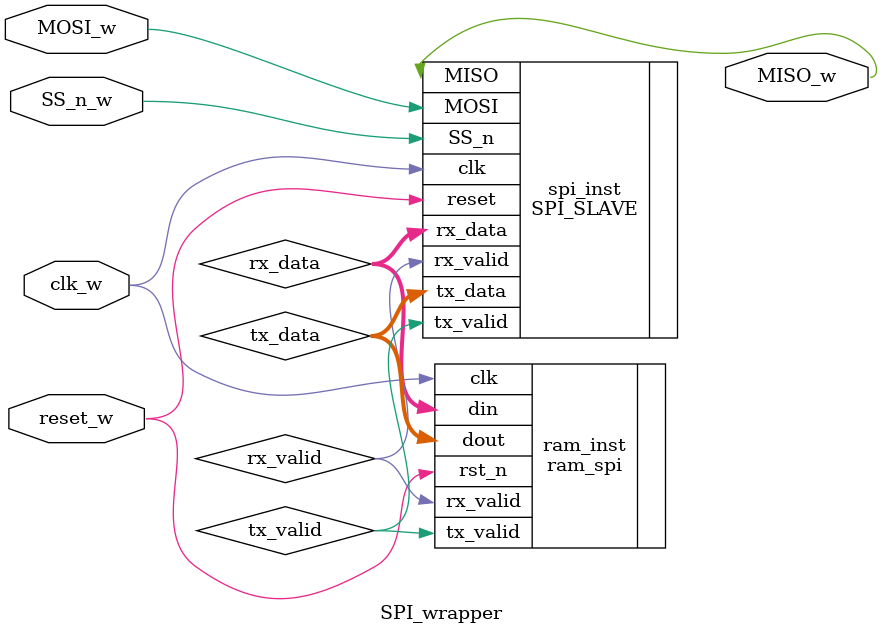
<source format=v>
module SPI_wrapper(clk_w,reset_w,MOSI_w,SS_n_w, MISO_w);
 input clk_w,reset_w,MOSI_w,SS_n_w;
 output MISO_w;
 
 wire [9:0]rx_data;
 wire [7:0]tx_data;
 wire rx_valid,tx_valid;
 
 
 SPI_SLAVE spi_inst(.clk(clk_w),
                    .reset(reset_w),
				    .MOSI(MOSI_w),
					.SS_n(SS_n_w),
					.rx_data(rx_data), 
					.tx_data(tx_data), 
					.rx_valid(rx_valid),
					.tx_valid(tx_valid),
					.MISO(MISO_w));
					
					
					
					 
ram_spi ram_inst(.clk(clk_w),
                    .rst_n(reset_w),
					.din(rx_data), 
					.dout(tx_data), 
					.rx_valid(rx_valid),
					.tx_valid(tx_valid));
					
					
endmodule
</source>
